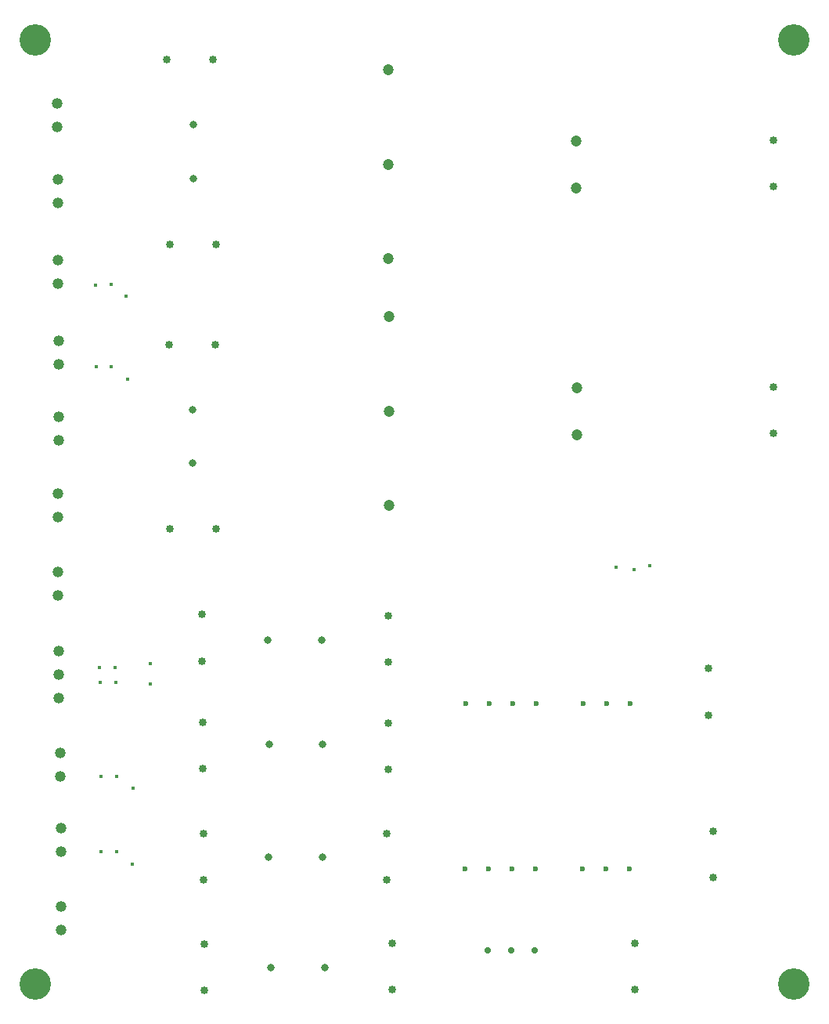
<source format=gbr>
%FSTAX23Y23*%
%MOIN*%
%SFA1B1*%

%IPPOS*%
%ADD58C,0.047244*%
%ADD59C,0.133858*%
%ADD60C,0.133858*%
%ADD61C,0.133858*%
%ADD62C,0.133858*%
%ADD63C,0.023622*%
%ADD64C,0.028740*%
%ADD65C,0.033465*%
%ADD66C,0.031496*%
%ADD67C,0.031496*%
%ADD68C,0.046850*%
%ADD69C,0.033465*%
%ADD70C,0.015748*%
%LNpcb.psu.dcdc.001.a1_pth_drill-1*%
%LPD*%
G54D58*
X01664Y02594D03*
Y02192D03*
Y02996D03*
X02463Y02494D03*
Y02694D03*
X0166Y03643D03*
Y03242D03*
Y04045D03*
X02459Y03543D03*
Y03744D03*
G54D59*
X03385Y04173D03*
G54D60*
X03385Y00157D03*
G54D61*
X00157Y00157D03*
G54D62*
X00157Y04173D03*
G54D63*
X01986Y00645D03*
X02086D03*
X02186D03*
X02286D03*
X02486D03*
X02586D03*
X02686D03*
X01988Y01349D03*
X02088D03*
X02188D03*
X02288D03*
X02488D03*
X02588D03*
X02688D03*
G54D64*
X02284Y00301D03*
X02184D03*
X02084D03*
G54D65*
X01675Y00134D03*
Y00331D03*
X00871Y006D03*
Y00797D03*
X00869Y01074D03*
Y01271D03*
X033Y025D03*
Y02696D03*
Y03548D03*
Y03745D03*
X00876Y00128D03*
Y00325D03*
X0271Y00132D03*
Y00329D03*
X01654Y00598D03*
Y00795D03*
X03043Y00608D03*
Y00805D03*
X00866Y01531D03*
Y01728D03*
X01659Y01069D03*
Y01266D03*
Y01526D03*
Y01723D03*
X03023Y01301D03*
Y01498D03*
G54D66*
X0115Y00696D03*
X01378D03*
X0138Y01175D03*
X01152D03*
X01146Y0162D03*
X01375D03*
X0116Y00227D03*
X01388D03*
G54D67*
X00827Y02372D03*
Y026D03*
X00828Y03583D03*
Y03812D03*
G54D68*
X00254Y03137D03*
Y03237D03*
X0025Y03804D03*
Y03904D03*
X00253Y0348D03*
Y0358D03*
X00265Y00386D03*
Y00486D03*
X00253Y0181D03*
Y0191D03*
X00254Y02144D03*
Y02244D03*
X00256Y0247D03*
Y0257D03*
X00266Y00719D03*
Y00819D03*
X00264Y0104D03*
Y0114D03*
X00257Y01372D03*
Y01572D03*
Y01472D03*
X00255Y02792D03*
Y02892D03*
G54D69*
X00729Y02094D03*
X00926D03*
X00726Y02877D03*
X00923D03*
X00728Y03303D03*
X00925D03*
X00717Y0409D03*
X00914D03*
G54D70*
X02773Y01936D03*
X00413Y03131D03*
X00478Y03132D03*
X00544Y03083D03*
X00415Y02783D03*
X0048D03*
X00549Y02731D03*
X00432Y0144D03*
X00498D03*
X0043Y01504D03*
X00497D03*
X00645Y01521D03*
X00646Y01432D03*
X00572Y00988D03*
X00503Y01041D03*
X00437Y01039D03*
X00436Y00718D03*
X00502Y00719D03*
X0057Y00665D03*
X02628Y0193D03*
X02707Y01918D03*
M02*
</source>
